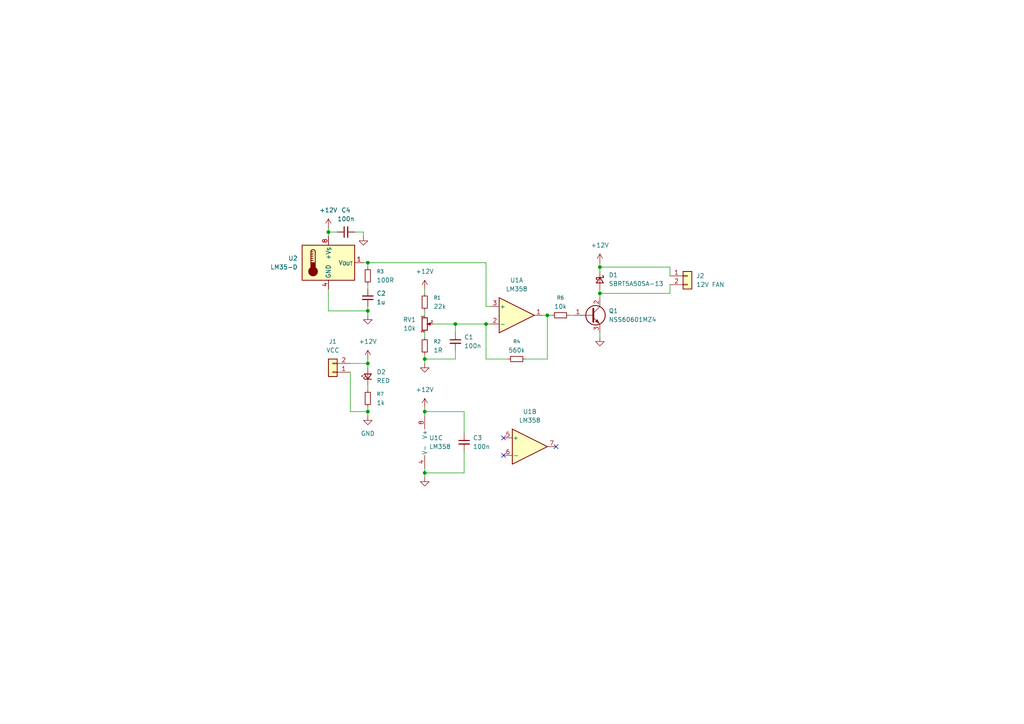
<source format=kicad_sch>
(kicad_sch (version 20250114) (generator "eeschema") (generator_version "9.0")
  (paper "A4")
  (lib_symbols
    (symbol "Amplifier_Operational:LM358" (pin_names (offset 0.127))
      (property "Reference" "U" (at 0 5.08 0))
      (property "Value" "LM358" (at 0 -5.08 0))
      (symbol "LM358_1_1"
        (polyline (pts (xy -5.08 5.08) (xy 5.08 0) (xy -5.08 -5.08) (xy -5.08 5.08)) (stroke (width 0.254)) (fill (type background)))
        (pin input line (at -7.62 2.54 0) (length 2.54) (name "+") (number "3"))
        (pin input line (at -7.62 -2.54 0) (length 2.54) (name "-") (number "2"))
        (pin output line (at 7.62 0 180) (length 2.54) (name "~") (number "1"))
      )
      (symbol "LM358_2_1"
        (polyline (pts (xy -5.08 5.08) (xy 5.08 0) (xy -5.08 -5.08) (xy -5.08 5.08)) (stroke (width 0.254)) (fill (type background)))
        (pin input line (at -7.62 2.54 0) (length 2.54) (name "+") (number "5"))
        (pin input line (at -7.62 -2.54 0) (length 2.54) (name "-") (number "6"))
        (pin output line (at 7.62 0 180) (length 2.54) (name "~") (number "7"))
      )
      (symbol "LM358_3_1"
        (pin power_in line (at -2.54 7.62 270) (length 3.81) (name "V+") (number "8"))
        (pin power_in line (at -2.54 -7.62 90) (length 3.81) (name "V-") (number "4"))
      )
    )
    (symbol "Connector_Generic:Conn_01x02" (pin_names (offset 1.016) (hide yes))
      (property "Reference" "J" (at 0 2.54 0))
      (property "Value" "Conn_01x02" (at 0 -5.08 0))
      (symbol "Conn_01x02_1_1"
        (rectangle (start -1.27 1.27) (end 1.27 -3.81) (stroke (width 0.254)) (fill (type background)))
        (rectangle (start -1.27 0.127) (end 0 -0.127) (stroke (width 0.1524)))
        (rectangle (start -1.27 -2.413) (end 0 -2.667) (stroke (width 0.1524)))
        (pin passive line (at -5.08 0 0) (length 3.81) (name "Pin_1") (number "1"))
        (pin passive line (at -5.08 -2.54 0) (length 3.81) (name "Pin_2") (number "2"))
      )
    )
    (symbol "Device:C_Small" (pin_numbers (hide yes)) (pin_names (offset 0.254) (hide yes))
      (property "Reference" "C" (at 0.254 1.778 0))
      (property "Value" "C_Small" (at 0.254 -2.032 0))
      (symbol "C_Small_0_1"
        (polyline (pts (xy -1.524 0.508) (xy 1.524 0.508)) (stroke (width 0.3048)))
        (polyline (pts (xy -1.524 -0.508) (xy 1.524 -0.508)) (stroke (width 0.3302)))
      )
      (symbol "C_Small_1_1"
        (pin passive line (at 0 2.54 270) (length 2.032) (name "~") (number "1"))
        (pin passive line (at 0 -2.54 90) (length 2.032) (name "~") (number "2"))
      )
    )
    (symbol "Device:D_Schottky_Small" (pin_numbers (hide yes)) (pin_names (offset 0.254) (hide yes))
      (property "Reference" "D" (at -1.27 2.032 0))
      (property "Value" "D_Schottky_Small" (at -7.112 -2.032 0))
      (symbol "D_Schottky_Small_0_1"
        (polyline (pts (xy -1.27 0.762) (xy -1.27 1.016) (xy -0.762 1.016) (xy -0.762 -1.016) (xy -0.254 -1.016) (xy -0.254 -0.762)) (stroke (width 0.254)))
        (polyline (pts (xy -0.762 0) (xy 0.762 0)))
        (polyline (pts (xy 0.762 -1.016) (xy -0.762 0) (xy 0.762 1.016) (xy 0.762 -1.016)) (stroke (width 0.254)))
      )
      (symbol "D_Schottky_Small_1_1"
        (pin passive line (at -2.54 0 0) (length 1.778) (name "K") (number "1"))
        (pin passive line (at 2.54 0 180) (length 1.778) (name "A") (number "2"))
      )
    )
    (symbol "Device:LED_Small" (pin_numbers (hide yes)) (pin_names (offset 0.254) (hide yes))
      (property "Reference" "D" (at -1.27 3.175 0))
      (property "Value" "LED_Small" (at -4.445 -2.54 0))
      (symbol "LED_Small_0_1"
        (polyline (pts (xy -0.762 -1.016) (xy -0.762 1.016)) (stroke (width 0.254)))
        (polyline (pts (xy 0 0.762) (xy -0.508 1.27) (xy -0.254 1.27) (xy -0.508 1.27) (xy -0.508 1.016)))
        (polyline (pts (xy 0.508 1.27) (xy 0 1.778) (xy 0.254 1.778) (xy 0 1.778) (xy 0 1.524)))
        (polyline (pts (xy 0.762 -1.016) (xy -0.762 0) (xy 0.762 1.016) (xy 0.762 -1.016)) (stroke (width 0.254)))
        (polyline (pts (xy 1.016 0) (xy -0.762 0)))
      )
      (symbol "LED_Small_1_1"
        (pin passive line (at -2.54 0 0) (length 1.778) (name "K") (number "1"))
        (pin passive line (at 2.54 0 180) (length 1.778) (name "A") (number "2"))
      )
    )
    (symbol "Device:R_Potentiometer_Small" (pin_names (offset 1.016) (hide yes))
      (property "Reference" "RV" (at -4.445 0 90))
      (property "Value" "R_Potentiometer_Small" (at -2.54 0 90))
      (symbol "R_Potentiometer_Small_0_1"
        (rectangle (start 0.762 1.8034) (end -0.762 -1.8034) (stroke (width 0.254)))
        (polyline (pts (xy 0.889 0) (xy 0.635 0) (xy 1.651 0.381) (xy 1.651 -0.381) (xy 0.635 0) (xy 0.889 0)) (fill (type outline)))
      )
      (symbol "R_Potentiometer_Small_1_1"
        (pin passive line (at 0 2.54 270) (length 0.635) (name "1") (number "1"))
        (pin passive line (at 0 -2.54 90) (length 0.635) (name "3") (number "3"))
        (pin passive line (at 2.54 0 180) (length 0.9906) (name "2") (number "2"))
      )
    )
    (symbol "Device:R_Small" (pin_numbers (hide yes)) (pin_names (offset 0.254) (hide yes))
      (property "Reference" "R" (at 0 0 90))
      (property "Value" "R_Small" (at 1.778 0 90))
      (symbol "R_Small_0_1"
        (rectangle (start -0.762 1.778) (end 0.762 -1.778) (stroke (width 0.2032)))
      )
      (symbol "R_Small_1_1"
        (pin passive line (at 0 2.54 270) (length 0.762) (name "~") (number "1"))
        (pin passive line (at 0 -2.54 90) (length 0.762) (name "~") (number "2"))
      )
    )
    (symbol "Sensor_Temperature:LM35-D"
      (property "Reference" "U" (at -6.35 6.35 0))
      (property "Value" "LM35-D" (at 1.27 6.35 0))
      (symbol "LM35-D_0_1"
        (rectangle (start -7.62 5.08) (end 7.62 -5.08) (stroke (width 0.254)) (fill (type background)))
        (polyline (pts (xy -5.08 3.175) (xy -5.08 0)) (stroke (width 0.254)))
        (polyline (pts (xy -5.08 3.175) (xy -4.445 3.175)) (stroke (width 0.254)))
        (polyline (pts (xy -5.08 2.54) (xy -4.445 2.54)) (stroke (width 0.254)))
        (polyline (pts (xy -5.08 1.905) (xy -4.445 1.905)) (stroke (width 0.254)))
        (polyline (pts (xy -5.08 1.27) (xy -4.445 1.27)) (stroke (width 0.254)))
        (polyline (pts (xy -5.08 0.635) (xy -4.445 0.635)) (stroke (width 0.254)))
        (arc (start -5.08 3.175) (mid -4.445 3.8073) (end -3.81 3.175) (stroke (width 0.254)))
        (circle (center -4.445 -2.54) (radius 1.27) (stroke (width 0.254)) (fill (type outline)))
        (polyline (pts (xy -3.81 3.175) (xy -3.81 0)) (stroke (width 0.254)))
        (rectangle (start -3.81 -1.905) (end -5.08 0) (stroke (width 0.254)) (fill (type outline)))
      )
      (symbol "LM35-D_1_1"
        (pin no_connect line (at -2.54 5.08 270) (length 2.54) (hide yes) (name "NC") (number "3"))
        (pin no_connect line (at -2.54 -5.08 90) (length 2.54) (hide yes) (name "NC") (number "2"))
        (pin power_in line (at 0 7.62 270) (length 2.54) (name "+V_{S}") (number "8"))
        (pin power_in line (at 0 -7.62 90) (length 2.54) (name "GND") (number "4"))
        (pin no_connect line (at 2.54 -5.08 90) (length 2.54) (hide yes) (name "NC") (number "5"))
        (pin no_connect line (at 5.08 -5.08 90) (length 2.54) (hide yes) (name "NC") (number "6"))
        (pin no_connect line (at 7.62 2.54 180) (length 2.54) (hide yes) (name "NC") (number "7"))
        (pin output line (at 10.16 0 180) (length 2.54) (name "V_{OUT}") (number "1"))
      )
    )
    (symbol "Transistor_BJT:BD249B" (pin_names (offset 0) (hide yes))
      (property "Reference" "Q" (at 6.35 1.905 0))
      (property "Value" "BD249B" (at 6.35 0 0))
      (symbol "BD249B_0_1"
        (polyline (pts (xy -2.54 0) (xy 0.635 0)))
        (polyline (pts (xy 0.635 1.905) (xy 0.635 -1.905)) (stroke (width 0.508)))
        (circle (center 1.27 0) (radius 2.8194) (stroke (width 0.254)))
      )
      (symbol "BD249B_1_1"
        (polyline (pts (xy 0.635 0.635) (xy 2.54 2.54)))
        (polyline (pts (xy 0.635 -0.635) (xy 2.54 -2.54)))
        (polyline (pts (xy 1.27 -1.778) (xy 1.778 -1.27) (xy 2.286 -2.286) (xy 1.27 -1.778)) (fill (type outline)))
        (pin input line (at -5.08 0 0) (length 2.54) (name "B") (number "1"))
        (pin passive line (at 2.54 5.08 270) (length 2.54) (name "C") (number "2"))
        (pin passive line (at 2.54 -5.08 90) (length 2.54) (name "E") (number "3"))
      )
    )
    (symbol "power:+12V" (power) (pin_numbers (hide yes)) (pin_names (offset 0) (hide yes))
      (property "Value" "+12V" (at 0 3.556 0))
      (symbol "+12V_0_1"
        (polyline (pts (xy -0.762 1.27) (xy 0 2.54)))
        (polyline (pts (xy 0 2.54) (xy 0.762 1.27)))
        (polyline (pts (xy 0 0) (xy 0 2.54)))
      )
      (symbol "+12V_1_1"
        (pin power_in line (at 0 0 90) (length 0) (name "~") (number "1"))
      )
    )
    (symbol "power:GND" (power) (pin_numbers (hide yes)) (pin_names (offset 0) (hide yes))
      (property "Value" "GND" (at 0 -3.81 0))
      (symbol "GND_0_1"
        (polyline (pts (xy 0 0) (xy 0 -1.27) (xy 1.27 -1.27) (xy 0 -2.54) (xy -1.27 -1.27) (xy 0 -1.27)))
      )
      (symbol "GND_1_1"
        (pin power_in line (at 0 0 270) (length 0) (name "~") (number "1"))
      )
    )
  )
  (junction (at 106.68 90.17))
  (junction (at 158.75 91.44))
  (junction (at 106.68 105.41))
  (junction (at 132.08 93.98))
  (junction (at 106.68 76.2))
  (junction (at 95.25 67.31))
  (junction (at 140.97 93.98))
  (junction (at 173.99 77.47))
  (junction (at 106.68 119.38))
  (junction (at 123.19 119.38))
  (junction (at 123.19 104.14))
  (junction (at 123.19 137.16))
  (junction (at 173.99 85.09))
  (no_connect (at 146.05 132.08))
  (no_connect (at 161.29 129.54))
  (no_connect (at 146.05 127))
  (wire (pts (xy 97.79 67.31) (xy 95.25 67.31)))
  (wire (pts (xy 194.31 82.55) (xy 194.31 85.09)))
  (wire (pts (xy 95.25 83.82) (xy 95.25 90.17)))
  (wire (pts (xy 106.68 90.17) (xy 106.68 88.9)))
  (wire (pts (xy 173.99 83.82) (xy 173.99 85.09)))
  (wire (pts (xy 105.41 67.31) (xy 102.87 67.31)))
  (wire (pts (xy 101.6 119.38) (xy 106.68 119.38)))
  (wire (pts (xy 173.99 85.09) (xy 194.31 85.09)))
  (wire (pts (xy 123.19 104.14) (xy 123.19 102.87)))
  (wire (pts (xy 173.99 96.52) (xy 173.99 97.79)))
  (wire (pts (xy 123.19 83.82) (xy 123.19 85.09)))
  (wire (pts (xy 132.08 101.6) (xy 132.08 104.14)))
  (wire (pts (xy 101.6 107.95) (xy 101.6 119.38)))
  (wire (pts (xy 106.68 119.38) (xy 106.68 120.65)))
  (wire (pts (xy 194.31 80.01) (xy 194.31 77.47)))
  (wire (pts (xy 147.32 104.14) (xy 140.97 104.14)))
  (wire (pts (xy 106.68 76.2) (xy 106.68 77.47)))
  (wire (pts (xy 165.1 91.44) (xy 166.37 91.44)))
  (wire (pts (xy 105.41 76.2) (xy 106.68 76.2)))
  (wire (pts (xy 140.97 93.98) (xy 142.24 93.98)))
  (wire (pts (xy 125.73 93.98) (xy 132.08 93.98)))
  (wire (pts (xy 123.19 96.52) (xy 123.19 97.79)))
  (wire (pts (xy 152.4 104.14) (xy 158.75 104.14)))
  (wire (pts (xy 132.08 104.14) (xy 123.19 104.14)))
  (wire (pts (xy 132.08 96.52) (xy 132.08 93.98)))
  (wire (pts (xy 134.62 137.16) (xy 134.62 130.81)))
  (wire (pts (xy 134.62 119.38) (xy 123.19 119.38)))
  (wire (pts (xy 134.62 125.73) (xy 134.62 119.38)))
  (wire (pts (xy 173.99 76.2) (xy 173.99 77.47)))
  (wire (pts (xy 106.68 82.55) (xy 106.68 83.82)))
  (wire (pts (xy 173.99 77.47) (xy 173.99 78.74)))
  (wire (pts (xy 123.19 119.38) (xy 123.19 120.65)))
  (wire (pts (xy 106.68 104.14) (xy 106.68 105.41)))
  (wire (pts (xy 194.31 77.47) (xy 173.99 77.47)))
  (wire (pts (xy 123.19 104.14) (xy 123.19 105.41)))
  (wire (pts (xy 158.75 91.44) (xy 157.48 91.44)))
  (wire (pts (xy 106.68 76.2) (xy 140.97 76.2)))
  (wire (pts (xy 132.08 93.98) (xy 140.97 93.98)))
  (wire (pts (xy 106.68 118.11) (xy 106.68 119.38)))
  (wire (pts (xy 140.97 88.9) (xy 142.24 88.9)))
  (wire (pts (xy 106.68 90.17) (xy 106.68 91.44)))
  (wire (pts (xy 123.19 135.89) (xy 123.19 137.16)))
  (wire (pts (xy 101.6 105.41) (xy 106.68 105.41)))
  (wire (pts (xy 95.25 66.04) (xy 95.25 67.31)))
  (wire (pts (xy 140.97 104.14) (xy 140.97 93.98)))
  (wire (pts (xy 173.99 85.09) (xy 173.99 86.36)))
  (wire (pts (xy 140.97 76.2) (xy 140.97 88.9)))
  (wire (pts (xy 95.25 90.17) (xy 106.68 90.17)))
  (wire (pts (xy 123.19 118.11) (xy 123.19 119.38)))
  (wire (pts (xy 158.75 91.44) (xy 160.02 91.44)))
  (wire (pts (xy 105.41 68.58) (xy 105.41 67.31)))
  (wire (pts (xy 106.68 111.76) (xy 106.68 113.03)))
  (wire (pts (xy 106.68 105.41) (xy 106.68 106.68)))
  (wire (pts (xy 123.19 137.16) (xy 123.19 138.43)))
  (wire (pts (xy 158.75 104.14) (xy 158.75 91.44)))
  (wire (pts (xy 123.19 90.17) (xy 123.19 91.44)))
  (wire (pts (xy 123.19 137.16) (xy 134.62 137.16)))
  (wire (pts (xy 95.25 67.31) (xy 95.25 68.58)))
  (symbol (lib_id "Device:R_Small") (at 162.56 91.44 90) (unit 1)
    (property "Reference" "R6" (at 162.56 86.36 90) (effects (font (size 1.016 1.016))))
    (property "Value" "10k" (at 162.56 88.9 90))
    (property "Footprint" "Resistor_SMD:R_0805_2012Metric_Pad1.20x1.40mm_HandSolder" (effects (hide yes)))
    (property "Description" "Resistor, small symbol" (effects (hide yes)))
  )
  (symbol (lib_id "Device:R_Small") (at 106.68 80.01 0) (unit 1)
    (property "Reference" "R3" (at 109.22 78.7399 0) (effects (font (size 1.016 1.016)) (justify left)))
    (property "Value" "100R" (at 109.22 81.2799 0) (effects (justify left)))
    (property "Footprint" "Resistor_SMD:R_0805_2012Metric_Pad1.20x1.40mm_HandSolder" (effects (hide yes)))
    (property "Description" "Resistor, small symbol" (effects (hide yes)))
  )
  (symbol (lib_id "power:+12V") (at 106.68 104.14 0) (unit 1)
    (property "Reference" "#PWR03" (effects (hide yes)))
    (property "Value" "+12V" (at 106.68 99.06 0))
    (property "Description" "Power symbol creates a global label with name \"+12V\"" (effects (hide yes)))
  )
  (symbol (lib_id "power:GND") (at 106.68 120.65 0) (unit 1)
    (property "Reference" "#PWR01" (effects (hide yes)))
    (property "Value" "GND" (at 106.68 125.73 0))
    (property "Description" "Power symbol creates a global label with name \"GND\" , ground" (effects (hide yes)))
  )
  (symbol (lib_id "Transistor_BJT:BD249B") (at 171.45 91.44 0) (unit 1)
    (property "Reference" "Q1" (at 176.53 90.1699 0) (effects (justify left)))
    (property "Value" "NSS60601MZ4" (at 176.53 92.7099 0) (effects (justify left)))
    (property "Footprint" "Package_TO_SOT_SMD:SOT-223-3_TabPin2" (effects (hide yes)))
    (property "Datasheet" "http://www.mospec.com.tw/pdf/power/BD249.pdf" (effects (hide yes)))
    (property "Description" "25A Ic, 90V Vce, Silicon Power NPN Transistors, SOT-93/TO247" (effects (hide yes)))
  )
  (symbol (lib_id "Device:R_Small") (at 123.19 100.33 0) (unit 1)
    (property "Reference" "R2" (at 125.73 99.0599 0) (effects (font (size 1.016 1.016)) (justify left)))
    (property "Value" "1R" (at 125.73 101.5999 0) (effects (justify left)))
    (property "Footprint" "Resistor_SMD:R_0805_2012Metric_Pad1.20x1.40mm_HandSolder" (effects (hide yes)))
    (property "Description" "Resistor, small symbol" (effects (hide yes)))
  )
  (symbol (lib_id "Connector_Generic:Conn_01x02") (at 199.39 80.01 0) (unit 1)
    (property "Reference" "J2" (at 201.93 80.0099 0) (effects (justify left)))
    (property "Value" "12V FAN" (at 201.93 82.5499 0) (effects (justify left)))
    (property "Footprint" "Connector_PinHeader_2.54mm:PinHeader_1x02_P2.54mm_Vertical" (effects (hide yes)))
    (property "Description" "Generic connector, single row, 01x02, script generated (kicad-library-utils/schlib/autogen/connector/)" (effects (hide yes)))
  )
  (symbol (lib_id "Device:C_Small") (at 100.33 67.31 90) (unit 1)
    (property "Reference" "C4" (at 100.3363 60.96 90))
    (property "Value" "100n" (at 100.3363 63.5 90))
    (property "Footprint" "Capacitor_SMD:C_0805_2012Metric_Pad1.18x1.45mm_HandSolder" (effects (hide yes)))
    (property "Description" "Unpolarized capacitor, small symbol" (effects (hide yes)))
  )
  (symbol (lib_id "power:+12V") (at 95.25 66.04 0) (unit 1)
    (property "Reference" "#PWR07" (effects (hide yes)))
    (property "Value" "+12V" (at 95.25 60.96 0))
    (property "Description" "Power symbol creates a global label with name \"+12V\"" (effects (hide yes)))
  )
  (symbol (lib_id "power:+12V") (at 123.19 83.82 0) (unit 1)
    (property "Reference" "#PWR06" (effects (hide yes)))
    (property "Value" "+12V" (at 123.19 78.74 0))
    (property "Description" "Power symbol creates a global label with name \"+12V\"" (effects (hide yes)))
  )
  (symbol (lib_id "power:GND") (at 123.19 138.43 0) (unit 1)
    (property "Reference" "#PWR02" (effects (hide yes)))
    (property "Value" "GND" (effects (hide yes)))
    (property "Description" "Power symbol creates a global label with name \"GND\" , ground" (effects (hide yes)))
  )
  (symbol (lib_id "Device:C_Small") (at 106.68 86.36 0) (unit 1)
    (property "Reference" "C2" (at 109.22 85.0962 0) (effects (justify left)))
    (property "Value" "1u" (at 109.22 87.6362 0) (effects (justify left)))
    (property "Footprint" "Capacitor_SMD:C_0805_2012Metric_Pad1.18x1.45mm_HandSolder" (effects (hide yes)))
    (property "Description" "Unpolarized capacitor, small symbol" (effects (hide yes)))
  )
  (symbol (lib_id "Device:R_Small") (at 149.86 104.14 270) (unit 1)
    (property "Reference" "R4" (at 149.86 99.06 90) (effects (font (size 1.016 1.016))))
    (property "Value" "560k" (at 149.86 101.6 90))
    (property "Footprint" "Resistor_SMD:R_0805_2012Metric_Pad1.20x1.40mm_HandSolder" (effects (hide yes)))
    (property "Description" "Resistor, small symbol" (effects (hide yes)))
  )
  (symbol (lib_id "Amplifier_Operational:LM358") (at 125.73 128.27 0) (unit 3)
    (property "Reference" "U1" (at 124.46 126.9999 0) (effects (justify left)))
    (property "Value" "LM358" (at 124.46 129.5399 0) (effects (justify left)))
    (property "Footprint" "Package_SO:SOIC-8_3.9x4.9mm_P1.27mm" (effects (hide yes)))
    (property "Datasheet" "http://www.ti.com/lit/ds/symlink/lm2904-n.pdf" (effects (hide yes)))
    (property "Description" "Low-Power, Dual Operational Amplifiers, DIP-8/SOIC-8/TO-99-8" (effects (hide yes)))
  )
  (symbol (lib_id "Device:R_Small") (at 106.68 115.57 180) (unit 1)
    (property "Reference" "R7" (at 109.22 114.2999 0) (effects (font (size 1.016 1.016)) (justify right)))
    (property "Value" "1k" (at 109.22 116.8399 0) (effects (justify right)))
    (property "Footprint" "Resistor_SMD:R_0805_2012Metric_Pad1.20x1.40mm_HandSolder" (effects (hide yes)))
    (property "Description" "Resistor, small symbol" (effects (hide yes)))
  )
  (symbol (lib_id "power:GND") (at 106.68 91.44 0) (unit 1)
    (property "Reference" "#PWR05" (effects (hide yes)))
    (property "Value" "GND" (effects (hide yes)))
    (property "Description" "Power symbol creates a global label with name \"GND\" , ground" (effects (hide yes)))
  )
  (symbol (lib_id "Amplifier_Operational:LM358") (at 153.67 129.54 0) (unit 2)
    (property "Reference" "U1" (at 153.67 119.38 0))
    (property "Value" "LM358" (at 153.67 121.92 0))
    (property "Footprint" "Package_SO:SOIC-8_3.9x4.9mm_P1.27mm" (effects (hide yes)))
    (property "Datasheet" "http://www.ti.com/lit/ds/symlink/lm2904-n.pdf" (effects (hide yes)))
    (property "Description" "Low-Power, Dual Operational Amplifiers, DIP-8/SOIC-8/TO-99-8" (effects (hide yes)))
  )
  (symbol (lib_id "Sensor_Temperature:LM35-D") (at 95.25 76.2 0) (unit 1)
    (property "Reference" "U2" (at 86.36 74.9299 0) (effects (justify right)))
    (property "Value" "LM35-D" (at 86.36 77.4699 0) (effects (justify right)))
    (property "Footprint" "Package_SO:SOIC-8_3.9x4.9mm_P1.27mm" (effects (hide yes)))
    (property "Datasheet" "http://www.ti.com/lit/ds/symlink/lm35.pdf" (effects (hide yes)))
    (property "Description" "Precision centigrade temperature sensor, SOIC-8" (effects (hide yes)))
  )
  (symbol (lib_id "power:GND") (at 123.19 105.41 0) (unit 1)
    (property "Reference" "#PWR08" (effects (hide yes)))
    (property "Value" "GND" (effects (hide yes)))
    (property "Description" "Power symbol creates a global label with name \"GND\" , ground" (effects (hide yes)))
  )
  (symbol (lib_id "Device:C_Small") (at 134.62 128.27 0) (unit 1)
    (property "Reference" "C3" (at 137.16 127.0062 0) (effects (justify left)))
    (property "Value" "100n" (at 137.16 129.5462 0) (effects (justify left)))
    (property "Footprint" "Capacitor_SMD:C_0805_2012Metric_Pad1.18x1.45mm_HandSolder" (effects (hide yes)))
    (property "Description" "Unpolarized capacitor, small symbol" (effects (hide yes)))
  )
  (symbol (lib_id "Amplifier_Operational:LM358") (at 149.86 91.44 0) (unit 1)
    (property "Reference" "U1" (at 149.86 81.28 0))
    (property "Value" "LM358" (at 149.86 83.82 0))
    (property "Footprint" "Package_SO:SOIC-8_3.9x4.9mm_P1.27mm" (effects (hide yes)))
    (property "Datasheet" "http://www.ti.com/lit/ds/symlink/lm2904-n.pdf" (effects (hide yes)))
    (property "Description" "Low-Power, Dual Operational Amplifiers, DIP-8/SOIC-8/TO-99-8" (effects (hide yes)))
  )
  (symbol (lib_id "Device:R_Potentiometer_Small") (at 123.19 93.98 0) (unit 1)
    (property "Reference" "RV1" (at 120.65 92.7099 0) (effects (justify right)))
    (property "Value" "10k" (at 120.65 95.2499 0) (effects (justify right)))
    (property "Footprint" "Potentiometer_THT:Potentiometer_Bourns_3296W_Vertical" (effects (hide yes)))
    (property "Description" "Potentiometer" (effects (hide yes)))
  )
  (symbol (lib_id "power:GND") (at 105.41 68.58 0) (unit 1)
    (property "Reference" "#PWR04" (effects (hide yes)))
    (property "Value" "GND" (effects (hide yes)))
    (property "Description" "Power symbol creates a global label with name \"GND\" , ground" (effects (hide yes)))
  )
  (symbol (lib_id "power:+12V") (at 123.19 118.11 0) (unit 1)
    (property "Reference" "#PWR011" (effects (hide yes)))
    (property "Value" "+12V" (at 123.19 113.03 0))
    (property "Description" "Power symbol creates a global label with name \"+12V\"" (effects (hide yes)))
  )
  (symbol (lib_id "power:GND") (at 173.99 97.79 0) (unit 1)
    (property "Reference" "#PWR09" (effects (hide yes)))
    (property "Value" "GND" (effects (hide yes)))
    (property "Description" "Power symbol creates a global label with name \"GND\" , ground" (effects (hide yes)))
  )
  (symbol (lib_id "Connector_Generic:Conn_01x02") (at 96.52 107.95 180) (unit 1)
    (property "Reference" "J1" (at 96.52 99.06 0))
    (property "Value" "VCC" (at 96.52 101.6 0))
    (property "Footprint" "Connector_PinHeader_2.54mm:PinHeader_1x02_P2.54mm_Vertical" (effects (hide yes)))
    (property "Description" "Generic connector, single row, 01x02, script generated (kicad-library-utils/schlib/autogen/connector/)" (effects (hide yes)))
  )
  (symbol (lib_id "Device:D_Schottky_Small") (at 173.99 81.28 270) (unit 1)
    (property "Reference" "D1" (at 176.53 79.7559 90) (effects (justify left)))
    (property "Value" "SBRT5A50SA-13" (at 176.53 82.2959 90) (effects (justify left)))
    (property "Footprint" "Diode_SMD:D_SMA" (effects (hide yes)))
    (property "Description" "Schottky diode, small symbol" (effects (hide yes)))
  )
  (symbol (lib_id "Device:R_Small") (at 123.19 87.63 0) (unit 1)
    (property "Reference" "R1" (at 125.73 86.3599 0) (effects (font (size 1.016 1.016)) (justify left)))
    (property "Value" "22k" (at 125.73 88.8999 0) (effects (justify left)))
    (property "Footprint" "Resistor_SMD:R_0805_2012Metric_Pad1.20x1.40mm_HandSolder" (effects (hide yes)))
    (property "Description" "Resistor, small symbol" (effects (hide yes)))
  )
  (symbol (lib_id "Device:LED_Small") (at 106.68 109.22 90) (unit 1)
    (property "Reference" "D2" (at 109.22 107.8864 90) (effects (justify right)))
    (property "Value" "RED" (at 109.22 110.4264 90) (effects (justify right)))
    (property "Footprint" "LED_SMD:LED_0805_2012Metric_Pad1.15x1.40mm_HandSolder" (effects (hide yes)))
    (property "Description" "Light emitting diode, small symbol" (effects (hide yes)))
    (property "Sim.Pin" "1=K 2=A" (effects (hide yes)))
  )
  (symbol (lib_id "power:+12V") (at 173.99 76.2 0) (unit 1)
    (property "Reference" "#PWR010" (effects (hide yes)))
    (property "Value" "+12V" (at 173.99 71.12 0))
    (property "Description" "Power symbol creates a global label with name \"+12V\"" (effects (hide yes)))
  )
  (symbol (lib_id "Device:C_Small") (at 132.08 99.06 0) (unit 1)
    (property "Reference" "C1" (at 134.62 97.7962 0) (effects (justify left)))
    (property "Value" "100n" (at 134.62 100.3362 0) (effects (justify left)))
    (property "Footprint" "Capacitor_SMD:C_0805_2012Metric_Pad1.18x1.45mm_HandSolder" (effects (hide yes)))
    (property "Description" "Unpolarized capacitor, small symbol" (effects (hide yes)))
  )
)
</source>
